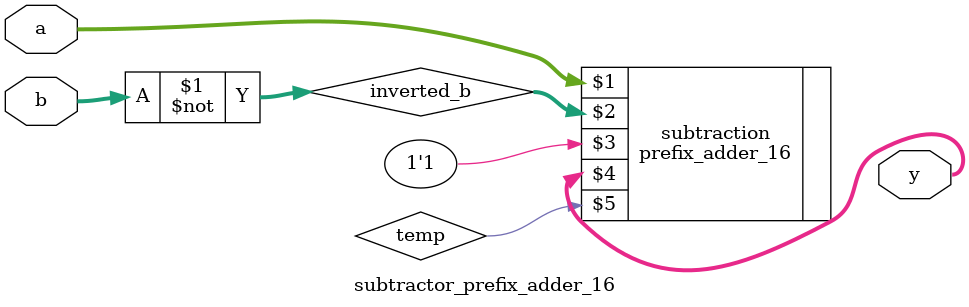
<source format=sv>
module subtractor_prefix_adder_16
(
	input logic [16-1:0] a, b,
	output logic [16-1:0] y
);
	logic [16-1:0] inverted_b;
	logic temp;
	
	assign inverted_b = ~ b;
	prefix_adder_16 subtraction(a, inverted_b, 1'b1, y, temp);

endmodule
</source>
